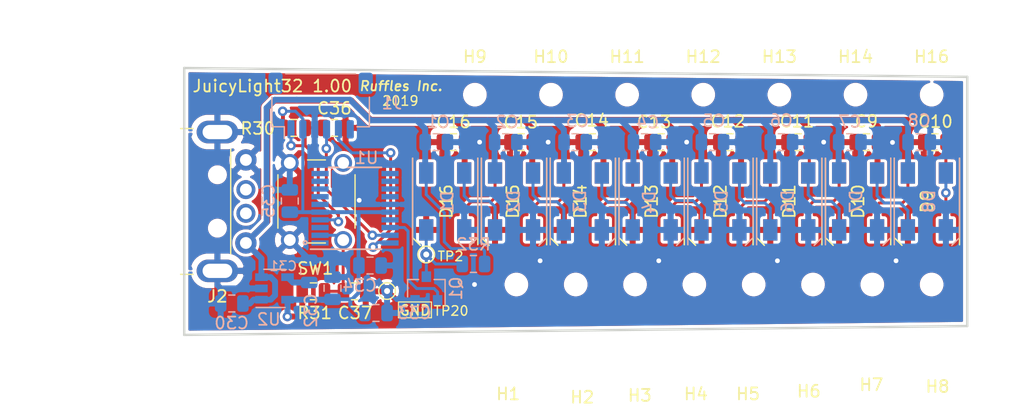
<source format=kicad_pcb>
(kicad_pcb (version 20171130) (host pcbnew "(5.1.2)-1")
  (layers (0 F.Cu signal) (31 B.Cu signal) (34 B.Paste user) (35 F.Paste user) (36 B.SilkS user) (37 F.SilkS user) (38 B.Mask user) (39 F.Mask user) (44 Edge.Cuts user))
  (net 0 "")
  (net 1 GND)
  (net 2 /MOD_SW)
  (net 3 /D1IN)
  (net 4 +5V)
  (net 5 "Net-(J2-Pad2)")
  (net 6 "Net-(J2-Pad3)")
  (net 7 "Net-(J1-Pad6)")
  (net 8 +3V3)
  (net 9 /NRST)
  (net 10 /SWDIO)
  (net 11 /SWCLK)
  (net 12 /D8OUT)
  (net 13 /D9OUT)
  (net 14 /D7OUT)
  (net 15 /D6OUT)
  (net 16 /D4OUT)
  (net 17 /D5OUT)
  (net 18 /D3OUT)
  (net 19 /D2OUT)
  (net 20 /D1OUT)
  (net 21 "Net-(U1-Pad7)")
  (net 22 "Net-(U1-Pad9)")
  (net 23 "Net-(U1-Pad11)")
  (net 24 "Net-(U1-Pad13)")
  (net 25 "Net-(U1-Pad17)")
  (net 26 /LEDOUT)
  (net 27 "Net-(U1-Pad14)")
  (net 28 "Net-(C31-Pad1)")
  (net 29 /D10OUT)
  (net 30 /D11OUT)
  (net 31 /D12OUT)
  (net 32 /D13OUT)
  (net 33 /D14OUT)
  (net 34 /D15OUT)
  (net 35 "Net-(D16-Pad2)")
  (net 36 "Net-(U1-Pad1)")
  (net 37 "Net-(U1-Pad3)")
  (net 38 "Net-(U1-Pad6)")
  (net 39 "Net-(U1-Pad8)")
  (net 40 "Net-(U1-Pad10)")
  (net 41 "Net-(U1-Pad12)")
  (module JuicyLight:Hole (layer F.Cu) (at 143 107)
    (fp_text reference H4 (at 0.125 9.225) (layer F.SilkS))
    (fp_text value MountingHole)
    (pad "" np_thru_hole circle (at 0 0) (size 1.5 1.5) (drill 1.5) (layers *.Cu *.Mask))
  )
  (module JuicyLight:Hole (layer F.Cu) (at 163 91)
    (fp_text reference H16 (at 0 -3.2) (layer F.SilkS))
    (fp_text value MountingHole)
    (pad "" np_thru_hole circle (at 0 0) (size 1.5 1.5) (drill 1.5) (layers *.Cu *.Mask))
  )
  (module JuicyLight:Hole (layer F.Cu) (at 156.58333 91)
    (fp_text reference H14 (at 0 -3.2) (layer F.SilkS))
    (fp_text value MountingHole)
    (pad "" np_thru_hole circle (at 0 0) (size 1.5 1.5) (drill 1.5) (layers *.Cu *.Mask))
  )
  (module JuicyLight:Hole (layer F.Cu) (at 150.166664 91)
    (fp_text reference H13 (at 0 -3.2) (layer F.SilkS))
    (fp_text value MountingHole)
    (pad "" np_thru_hole circle (at 0 0) (size 1.5 1.5) (drill 1.5) (layers *.Cu *.Mask))
  )
  (module JuicyLight:Hole (layer F.Cu) (at 143.749998 91)
    (fp_text reference H12 (at 0 -3.2) (layer F.SilkS))
    (fp_text value MountingHole)
    (pad "" np_thru_hole circle (at 0 0) (size 1.5 1.5) (drill 1.5) (layers *.Cu *.Mask))
  )
  (module JuicyLight:Hole (layer F.Cu) (at 137.333332 91)
    (fp_text reference H11 (at 0 -3.2) (layer F.SilkS))
    (fp_text value MountingHole)
    (pad "" np_thru_hole circle (at 0 0) (size 1.5 1.5) (drill 1.5) (layers *.Cu *.Mask))
  )
  (module JuicyLight:Hole (layer F.Cu) (at 130.916666 91)
    (fp_text reference H10 (at 0 -3.2) (layer F.SilkS))
    (fp_text value MountingHole)
    (pad "" np_thru_hole circle (at 0 0) (size 1.5 1.5) (drill 1.5) (layers *.Cu *.Mask))
  )
  (module JuicyLight:Hole (layer F.Cu) (at 124.5 91)
    (fp_text reference H9 (at 0 -3.2) (layer F.SilkS))
    (fp_text value MountingHole)
    (pad "" np_thru_hole circle (at 0 0) (size 1.5 1.5) (drill 1.5) (layers *.Cu *.Mask))
  )
  (module JuicyLight:Hole (layer F.Cu) (at 163 107)
    (fp_text reference H8 (at 0.5 8.6) (layer F.SilkS))
    (fp_text value MountingHole)
    (pad "" np_thru_hole circle (at 0 0) (size 1.5 1.5) (drill 1.5) (layers *.Cu *.Mask))
  )
  (module JuicyLight:Hole (layer F.Cu) (at 158 107)
    (fp_text reference H7 (at -0.075 8.45) (layer F.SilkS))
    (fp_text value MountingHole)
    (pad "" np_thru_hole circle (at 0 0) (size 1.5 1.5) (drill 1.5) (layers *.Cu *.Mask))
  )
  (module JuicyLight:Hole (layer F.Cu) (at 153 107)
    (fp_text reference H6 (at -0.35 9) (layer F.SilkS))
    (fp_text value MountingHole)
    (pad "" np_thru_hole circle (at 0 0) (size 1.5 1.5) (drill 1.5) (layers *.Cu *.Mask))
  )
  (module JuicyLight:Hole (layer F.Cu) (at 148 107)
    (fp_text reference H5 (at -0.475 9.225) (layer F.SilkS))
    (fp_text value MountingHole)
    (pad "" np_thru_hole circle (at 0 0) (size 1.5 1.5) (drill 1.5) (layers *.Cu *.Mask))
  )
  (module JuicyLight:Hole (layer F.Cu) (at 138 107)
    (fp_text reference H3 (at 0.4 9.35) (layer F.SilkS))
    (fp_text value MountingHole)
    (pad "" np_thru_hole circle (at 0 0) (size 1.5 1.5) (drill 1.5) (layers *.Cu *.Mask))
  )
  (module JuicyLight:Hole (layer F.Cu) (at 133 107)
    (fp_text reference H2 (at 0.55 9.5) (layer F.SilkS))
    (fp_text value MountingHole)
    (pad "" np_thru_hole circle (at 0 0) (size 1.5 1.5) (drill 1.5) (layers *.Cu *.Mask))
  )
  (module JuicyLight:Hole (layer F.Cu) (at 128 107)
    (fp_text reference H1 (at -0.7 9.225) (layer F.SilkS))
    (fp_text value MountingHole)
    (pad "" np_thru_hole circle (at 0 0) (size 1.5 1.5) (drill 1.5) (layers *.Cu *.Mask))
  )
  (module JuicyLight:OST45050C1A (layer B.Cu) (at 162.6 100 270)
    (fp_text reference D8 (at 0 -0.175 90) (layer B.SilkS) (effects (justify mirror)))
    (fp_text value WS2812B)
    (pad 3 smd rect (at 2.2 -1.6 270) (size 1.8 1.2) (drill (offset 0.2 0)) (layers B.Cu B.Paste B.Mask) (net 1 GND))
    (pad 4 smd rect (at 2.2 1.6 270) (size 1.8 1.2) (drill (offset 0.2 0)) (layers B.Cu B.Paste B.Mask) (net 14 /D7OUT))
    (pad 2 smd rect (at -2.2 -1.6 270) (size 1.8 1.2) (drill (offset -0.2 0)) (layers B.Cu B.Paste B.Mask) (net 12 /D8OUT))
    (pad 1 smd rect (at -2.2 1.6 270) (size 1.8 1.2) (drill (offset -0.2 0)) (layers B.Cu B.Paste B.Mask) (net 4 +5V))
  )
  (module JuicyLight:OST45050C1A (layer F.Cu) (at 122 100 270)
    (fp_text reference D16 (at 0 -0.1 90) (layer F.SilkS))
    (fp_text value WS2812B)
    (pad 1 smd rect (at -2.2 -1.6 270) (size 1.8 1.2) (drill (offset -0.2 0)) (layers F.Cu F.Paste F.Mask) (net 4 +5V))
    (pad 2 smd rect (at -2.2 1.6 270) (size 1.8 1.2) (drill (offset -0.2 0)) (layers F.Cu F.Paste F.Mask) (net 35 "Net-(D16-Pad2)"))
    (pad 4 smd rect (at 2.2 -1.6 270) (size 1.8 1.2) (drill (offset 0.2 0)) (layers F.Cu F.Paste F.Mask) (net 34 /D15OUT))
    (pad 3 smd rect (at 2.2 1.6 270) (size 1.8 1.2) (drill (offset 0.2 0)) (layers F.Cu F.Paste F.Mask) (net 1 GND))
  )
  (module JuicyLight:OST45050C1A (layer F.Cu) (at 127.8 100 270)
    (fp_text reference D15 (at 0 0.1 90) (layer F.SilkS))
    (fp_text value WS2812B)
    (pad 1 smd rect (at -2.2 -1.6 270) (size 1.8 1.2) (drill (offset -0.2 0)) (layers F.Cu F.Paste F.Mask) (net 4 +5V))
    (pad 2 smd rect (at -2.2 1.6 270) (size 1.8 1.2) (drill (offset -0.2 0)) (layers F.Cu F.Paste F.Mask) (net 34 /D15OUT))
    (pad 4 smd rect (at 2.2 -1.6 270) (size 1.8 1.2) (drill (offset 0.2 0)) (layers F.Cu F.Paste F.Mask) (net 33 /D14OUT))
    (pad 3 smd rect (at 2.2 1.6 270) (size 1.8 1.2) (drill (offset 0.2 0)) (layers F.Cu F.Paste F.Mask) (net 1 GND))
  )
  (module JuicyLight:OST45050C1A (layer F.Cu) (at 133.6 100 270)
    (fp_text reference D14 (at 0 0.2 90) (layer F.SilkS))
    (fp_text value WS2812B)
    (pad 1 smd rect (at -2.2 -1.6 270) (size 1.8 1.2) (drill (offset -0.2 0)) (layers F.Cu F.Paste F.Mask) (net 4 +5V))
    (pad 2 smd rect (at -2.2 1.6 270) (size 1.8 1.2) (drill (offset -0.2 0)) (layers F.Cu F.Paste F.Mask) (net 33 /D14OUT))
    (pad 4 smd rect (at 2.2 -1.6 270) (size 1.8 1.2) (drill (offset 0.2 0)) (layers F.Cu F.Paste F.Mask) (net 32 /D13OUT))
    (pad 3 smd rect (at 2.2 1.6 270) (size 1.8 1.2) (drill (offset 0.2 0)) (layers F.Cu F.Paste F.Mask) (net 1 GND))
  )
  (module JuicyLight:OST45050C1A (layer F.Cu) (at 139.4 100 270)
    (fp_text reference D13 (at 0 0 90) (layer F.SilkS))
    (fp_text value WS2812B)
    (pad 1 smd rect (at -2.2 -1.6 270) (size 1.8 1.2) (drill (offset -0.2 0)) (layers F.Cu F.Paste F.Mask) (net 4 +5V))
    (pad 2 smd rect (at -2.2 1.6 270) (size 1.8 1.2) (drill (offset -0.2 0)) (layers F.Cu F.Paste F.Mask) (net 32 /D13OUT))
    (pad 4 smd rect (at 2.2 -1.6 270) (size 1.8 1.2) (drill (offset 0.2 0)) (layers F.Cu F.Paste F.Mask) (net 31 /D12OUT))
    (pad 3 smd rect (at 2.2 1.6 270) (size 1.8 1.2) (drill (offset 0.2 0)) (layers F.Cu F.Paste F.Mask) (net 1 GND))
  )
  (module JuicyLight:OST45050C1A (layer F.Cu) (at 145.2 100 270)
    (fp_text reference D12 (at 0 0 90) (layer F.SilkS))
    (fp_text value WS2812B)
    (pad 1 smd rect (at -2.2 -1.6 270) (size 1.8 1.2) (drill (offset -0.2 0)) (layers F.Cu F.Paste F.Mask) (net 4 +5V))
    (pad 2 smd rect (at -2.2 1.6 270) (size 1.8 1.2) (drill (offset -0.2 0)) (layers F.Cu F.Paste F.Mask) (net 31 /D12OUT))
    (pad 4 smd rect (at 2.2 -1.6 270) (size 1.8 1.2) (drill (offset 0.2 0)) (layers F.Cu F.Paste F.Mask) (net 30 /D11OUT))
    (pad 3 smd rect (at 2.2 1.6 270) (size 1.8 1.2) (drill (offset 0.2 0)) (layers F.Cu F.Paste F.Mask) (net 1 GND))
  )
  (module JuicyLight:OST45050C1A (layer F.Cu) (at 151 100 270)
    (fp_text reference D11 (at 0 0 90) (layer F.SilkS))
    (fp_text value WS2812B)
    (pad 1 smd rect (at -2.2 -1.6 270) (size 1.8 1.2) (drill (offset -0.2 0)) (layers F.Cu F.Paste F.Mask) (net 4 +5V))
    (pad 2 smd rect (at -2.2 1.6 270) (size 1.8 1.2) (drill (offset -0.2 0)) (layers F.Cu F.Paste F.Mask) (net 30 /D11OUT))
    (pad 4 smd rect (at 2.2 -1.6 270) (size 1.8 1.2) (drill (offset 0.2 0)) (layers F.Cu F.Paste F.Mask) (net 29 /D10OUT))
    (pad 3 smd rect (at 2.2 1.6 270) (size 1.8 1.2) (drill (offset 0.2 0)) (layers F.Cu F.Paste F.Mask) (net 1 GND))
  )
  (module Capacitor_SMD:C_0805_2012Metric (layer F.Cu) (at 122.7 95 180)
    (fp_text reference C16 (at 0 1.7) (layer F.SilkS))
    (fp_text value 0.1u)
    (pad 2 smd roundrect (at 0.9375 0 180) (size 0.975 1.4) (layers F.Cu F.Paste F.Mask) (net 1 GND))
    (pad 1 smd roundrect (at -0.9375 0 180) (size 0.975 1.4) (layers F.Cu F.Paste F.Mask) (net 4 +5V))
  )
  (module Capacitor_SMD:C_0805_2012Metric (layer F.Cu) (at 128.4 95 180)
    (fp_text reference C15 (at 0.025 1.675) (layer F.SilkS))
    (fp_text value 0.1u)
    (pad 2 smd roundrect (at 0.9375 0 180) (size 0.975 1.4) (layers F.Cu F.Paste F.Mask) (net 1 GND))
    (pad 1 smd roundrect (at -0.9375 0 180) (size 0.975 1.4) (layers F.Cu F.Paste F.Mask) (net 4 +5V))
  )
  (module Capacitor_SMD:C_0805_2012Metric (layer F.Cu) (at 134.4 95 180)
    (fp_text reference C14 (at 0.05 1.825) (layer F.SilkS))
    (fp_text value 0.1u)
    (pad 2 smd roundrect (at 0.9375 0 180) (size 0.975 1.4) (layers F.Cu F.Paste F.Mask) (net 1 GND))
    (pad 1 smd roundrect (at -0.9375 0 180) (size 0.975 1.4) (layers F.Cu F.Paste F.Mask) (net 4 +5V))
  )
  (module Capacitor_SMD:C_0805_2012Metric (layer F.Cu) (at 140.2 95 180)
    (fp_text reference C13 (at 0.6 1.7) (layer F.SilkS))
    (fp_text value 0.1u)
    (pad 2 smd roundrect (at 0.9375 0 180) (size 0.975 1.4) (layers F.Cu F.Paste F.Mask) (net 1 GND))
    (pad 1 smd roundrect (at -0.9375 0 180) (size 0.975 1.4) (layers F.Cu F.Paste F.Mask) (net 4 +5V))
  )
  (module Capacitor_SMD:C_0805_2012Metric (layer F.Cu) (at 146 95 180)
    (fp_text reference C12 (at 0.175 1.75) (layer F.SilkS))
    (fp_text value 0.1u)
    (pad 2 smd roundrect (at 0.9375 0 180) (size 0.975 1.4) (layers F.Cu F.Paste F.Mask) (net 1 GND))
    (pad 1 smd roundrect (at -0.9375 0 180) (size 0.975 1.4) (layers F.Cu F.Paste F.Mask) (net 4 +5V))
  )
  (module Capacitor_SMD:C_0805_2012Metric (layer F.Cu) (at 151.75 95 180)
    (fp_text reference C11 (at 0.1 1.75) (layer F.SilkS))
    (fp_text value 0.1u)
    (pad 2 smd roundrect (at 0.9375 0 180) (size 0.975 1.4) (layers F.Cu F.Paste F.Mask) (net 1 GND))
    (pad 1 smd roundrect (at -0.9375 0 180) (size 0.975 1.4) (layers F.Cu F.Paste F.Mask) (net 4 +5V))
  )
  (module Package_TO_SOT_SMD:SOT-23 (layer B.Cu) (at 120.41 107.34 90)
    (fp_text reference Q1 (at 0 2.5 90) (layer B.SilkS) (effects (justify mirror)))
    (fp_text value BSS138)
    (pad 1 smd rect (at -1 0.95 90) (size 0.9 0.8) (layers B.Cu B.Paste B.Mask) (net 26 /LEDOUT))
    (pad 2 smd rect (at -1 -0.95 90) (size 0.9 0.8) (layers B.Cu B.Paste B.Mask) (net 1 GND))
    (pad 3 smd rect (at 1 0 90) (size 0.9 0.8) (layers B.Cu B.Paste B.Mask) (net 3 /D1IN))
  )
  (module Resistor_SMD:R_0805_2012Metric (layer B.Cu) (at 124.38 105.27 180)
    (fp_text reference R32 (at 0 1.65 180) (layer B.SilkS) (effects (justify mirror)))
    (fp_text value 4.7K)
    (pad 1 smd roundrect (at -0.9375 0 180) (size 0.975 1.4) (layers B.Cu B.Paste B.Mask) (net 4 +5V))
    (pad 2 smd roundrect (at 0.9375 0 180) (size 0.975 1.4) (layers B.Cu B.Paste B.Mask) (net 3 /D1IN))
  )
  (module Capacitor_SMD:C_0805_2012Metric (layer B.Cu) (at 115.6625 105.4)
    (fp_text reference C34 (at -0.8725 1.69) (layer B.SilkS) (effects (justify mirror)))
    (fp_text value 10u)
    (pad 1 smd roundrect (at -0.9375 0) (size 0.975 1.4) (layers B.Cu B.Paste B.Mask) (net 8 +3V3))
    (pad 2 smd roundrect (at 0.9375 0) (size 0.975 1.4) (layers B.Cu B.Paste B.Mask) (net 1 GND))
  )
  (module Capacitor_SMD:C_0805_2012Metric (layer B.Cu) (at 116.1625 109.4)
    (fp_text reference C33 (at 3.2375 0) (layer B.SilkS) (effects (justify mirror)))
    (fp_text value 0.1u)
    (pad 1 smd roundrect (at -0.9375 0) (size 0.975 1.4) (layers B.Cu B.Paste B.Mask) (net 8 +3V3))
    (pad 2 smd roundrect (at 0.9375 0) (size 0.975 1.4) (layers B.Cu B.Paste B.Mask) (net 1 GND))
  )
  (module Capacitor_SMD:C_0805_2012Metric (layer B.Cu) (at 112.5 107.3125 90)
    (fp_text reference C32 (at -1.8875 -1.82 90) (layer B.SilkS) (effects (justify mirror)))
    (fp_text value 1u)
    (pad 2 smd roundrect (at 0.9375 0 90) (size 0.975 1.4) (layers B.Cu B.Paste B.Mask) (net 1 GND))
    (pad 1 smd roundrect (at -0.9375 0 90) (size 0.975 1.4) (layers B.Cu B.Paste B.Mask) (net 8 +3V3))
  )
  (module Capacitor_SMD:C_0805_2012Metric (layer B.Cu) (at 110.53 105.8925 90)
    (fp_text reference C31 (at 0.4425 -2.18 180) (layer B.SilkS) (effects (font (size 0.8 0.8) (thickness 0.12)) (justify mirror)))
    (fp_text value 0.01u)
    (pad 1 smd roundrect (at -0.9375 0 90) (size 0.975 1.4) (layers B.Cu B.Paste B.Mask) (net 28 "Net-(C31-Pad1)"))
    (pad 2 smd roundrect (at 0.9375 0 90) (size 0.975 1.4) (layers B.Cu B.Paste B.Mask) (net 1 GND))
  )
  (module TestPoint:TestPoint_THTPad_D1.0mm_Drill0.5mm (layer F.Cu) (at 120.4 104.47)
    (fp_text reference TP2 (at 2.05 0.155) (layer F.SilkS) (effects (font (size 0.8 0.8) (thickness 0.12))))
    (fp_text value D1IN33)
    (pad 1 thru_hole circle (at 0 0) (size 1 1) (drill 0.5) (layers *.Cu *.Mask) (net 3 /D1IN))
  )
  (module TestPoint:TestPoint_THTPad_D1.0mm_Drill0.5mm (layer F.Cu) (at 117.1 107.55)
    (fp_text reference TP20 (at 5.4 1.675) (layer F.SilkS) (effects (font (size 0.8 0.8) (thickness 0.12))))
    (fp_text value GND)
    (pad 1 thru_hole circle (at 0 0) (size 1 1) (drill 0.5) (layers *.Cu *.Mask) (net 1 GND))
  )
  (module Package_SO:TSSOP-20_4.4x6.5mm_P0.65mm (layer B.Cu) (at 114.4 100.575)
    (fp_text reference U1 (at 0.97 -4.255) (layer B.SilkS) (effects (justify mirror)))
    (fp_text value STM32F042F6Px)
    (pad 1 smd rect (at -2.95 2.925) (size 1.45 0.45) (layers B.Cu B.Paste B.Mask) (net 36 "Net-(U1-Pad1)"))
    (pad 2 smd rect (at -2.95 2.275) (size 1.45 0.45) (layers B.Cu B.Paste B.Mask) (net 2 /MOD_SW))
    (pad 3 smd rect (at -2.95 1.625) (size 1.45 0.45) (layers B.Cu B.Paste B.Mask) (net 37 "Net-(U1-Pad3)"))
    (pad 4 smd rect (at -2.95 0.975) (size 1.45 0.45) (layers B.Cu B.Paste B.Mask) (net 9 /NRST))
    (pad 5 smd rect (at -2.95 0.325) (size 1.45 0.45) (layers B.Cu B.Paste B.Mask) (net 8 +3V3))
    (pad 6 smd rect (at -2.95 -0.325) (size 1.45 0.45) (layers B.Cu B.Paste B.Mask) (net 38 "Net-(U1-Pad6)"))
    (pad 7 smd rect (at -2.95 -0.975) (size 1.45 0.45) (layers B.Cu B.Paste B.Mask) (net 21 "Net-(U1-Pad7)"))
    (pad 8 smd rect (at -2.95 -1.625) (size 1.45 0.45) (layers B.Cu B.Paste B.Mask) (net 39 "Net-(U1-Pad8)"))
    (pad 9 smd rect (at -2.95 -2.275) (size 1.45 0.45) (layers B.Cu B.Paste B.Mask) (net 22 "Net-(U1-Pad9)"))
    (pad 10 smd rect (at -2.95 -2.925) (size 1.45 0.45) (layers B.Cu B.Paste B.Mask) (net 40 "Net-(U1-Pad10)"))
    (pad 11 smd rect (at 2.95 -2.925) (size 1.45 0.45) (layers B.Cu B.Paste B.Mask) (net 23 "Net-(U1-Pad11)"))
    (pad 12 smd rect (at 2.95 -2.275) (size 1.45 0.45) (layers B.Cu B.Paste B.Mask) (net 41 "Net-(U1-Pad12)"))
    (pad 13 smd rect (at 2.95 -1.625) (size 1.45 0.45) (layers B.Cu B.Paste B.Mask) (net 24 "Net-(U1-Pad13)"))
    (pad 14 smd rect (at 2.95 -0.975) (size 1.45 0.45) (layers B.Cu B.Paste B.Mask) (net 27 "Net-(U1-Pad14)"))
    (pad 15 smd rect (at 2.95 -0.325) (size 1.45 0.45) (layers B.Cu B.Paste B.Mask) (net 1 GND))
    (pad 16 smd rect (at 2.95 0.325) (size 1.45 0.45) (layers B.Cu B.Paste B.Mask) (net 8 +3V3))
    (pad 17 smd rect (at 2.95 0.975) (size 1.45 0.45) (layers B.Cu B.Paste B.Mask) (net 25 "Net-(U1-Pad17)"))
    (pad 18 smd rect (at 2.95 1.625) (size 1.45 0.45) (layers B.Cu B.Paste B.Mask) (net 26 /LEDOUT))
    (pad 19 smd rect (at 2.95 2.275) (size 1.45 0.45) (layers B.Cu B.Paste B.Mask) (net 10 /SWDIO))
    (pad 20 smd rect (at 2.95 2.925) (size 1.45 0.45) (layers B.Cu B.Paste B.Mask) (net 11 /SWCLK))
  )
  (module Capacitor_SMD:C_0805_2012Metric (layer F.Cu) (at 112.6625 93.8)
    (fp_text reference C36 (at 0 -1.65) (layer F.SilkS))
    (fp_text value 1u)
    (pad 1 smd roundrect (at -0.9375 0) (size 0.975 1.4) (layers F.Cu F.Paste F.Mask) (net 9 /NRST))
    (pad 2 smd roundrect (at 0.9375 0) (size 0.975 1.4) (layers F.Cu F.Paste F.Mask) (net 1 GND))
  )
  (module Capacitor_SMD:C_0805_2012Metric (layer B.Cu) (at 108.9 99.9625 90)
    (fp_text reference C35 (at 0.0125 -1.8 90) (layer B.SilkS) (effects (justify mirror)))
    (fp_text value 0.1u)
    (pad 2 smd roundrect (at 0.9375 0 90) (size 0.975 1.4) (layers B.Cu B.Paste B.Mask) (net 1 GND))
    (pad 1 smd roundrect (at -0.9375 0 90) (size 0.975 1.4) (layers B.Cu B.Paste B.Mask) (net 8 +3V3))
  )
  (module Package_TO_SOT_SMD:SOT-23-5 (layer B.Cu) (at 107.61 107.33)
    (fp_text reference U2 (at -0.48 2.61) (layer B.SilkS) (effects (justify mirror)))
    (fp_text value NJM2896F33)
    (pad 1 smd rect (at -1.1 0.95) (size 1.06 0.65) (layers B.Cu B.Paste B.Mask) (net 4 +5V))
    (pad 2 smd rect (at -1.1 0) (size 1.06 0.65) (layers B.Cu B.Paste B.Mask) (net 1 GND))
    (pad 3 smd rect (at -1.1 -0.95) (size 1.06 0.65) (layers B.Cu B.Paste B.Mask) (net 4 +5V))
    (pad 4 smd rect (at 1.1 -0.95) (size 1.06 0.65) (layers B.Cu B.Paste B.Mask) (net 28 "Net-(C31-Pad1)"))
    (pad 5 smd rect (at 1.1 0.95) (size 1.06 0.65) (layers B.Cu B.Paste B.Mask) (net 8 +3V3))
  )
  (module JuicyLight:OST45050C1A (layer B.Cu) (at 151 100 270)
    (fp_text reference D6 (at 0 0.13 90) (layer B.SilkS) (effects (justify mirror)))
    (fp_text value WS2812B)
    (pad 1 smd rect (at -2.2 1.6 270) (size 1.8 1.2) (drill (offset -0.2 0)) (layers B.Cu B.Paste B.Mask) (net 4 +5V))
    (pad 2 smd rect (at -2.2 -1.6 270) (size 1.8 1.2) (drill (offset -0.2 0)) (layers B.Cu B.Paste B.Mask) (net 15 /D6OUT))
    (pad 4 smd rect (at 2.2 1.6 270) (size 1.8 1.2) (drill (offset 0.2 0)) (layers B.Cu B.Paste B.Mask) (net 17 /D5OUT))
    (pad 3 smd rect (at 2.2 -1.6 270) (size 1.8 1.2) (drill (offset 0.2 0)) (layers B.Cu B.Paste B.Mask) (net 1 GND))
  )
  (module JuicyLight:OST45050C1A (layer B.Cu) (at 145.2 100 270)
    (fp_text reference D5 (at 0 -0.088 270) (layer B.SilkS) (effects (justify mirror)))
    (fp_text value WS2812B)
    (pad 3 smd rect (at 2.2 -1.6 270) (size 1.8 1.2) (drill (offset 0.2 0)) (layers B.Cu B.Paste B.Mask) (net 1 GND))
    (pad 4 smd rect (at 2.2 1.6 270) (size 1.8 1.2) (drill (offset 0.2 0)) (layers B.Cu B.Paste B.Mask) (net 16 /D4OUT))
    (pad 2 smd rect (at -2.2 -1.6 270) (size 1.8 1.2) (drill (offset -0.2 0)) (layers B.Cu B.Paste B.Mask) (net 17 /D5OUT))
    (pad 1 smd rect (at -2.2 1.6 270) (size 1.8 1.2) (drill (offset -0.2 0)) (layers B.Cu B.Paste B.Mask) (net 4 +5V))
  )
  (module JuicyLight:OST45050C1A (layer B.Cu) (at 156.8 100 270)
    (fp_text reference D7 (at 0 0.172 90) (layer B.SilkS) (effects (justify mirror)))
    (fp_text value WS2812B)
    (pad 1 smd rect (at -2.2 1.6 270) (size 1.8 1.2) (drill (offset -0.2 0)) (layers B.Cu B.Paste B.Mask) (net 4 +5V))
    (pad 2 smd rect (at -2.2 -1.6 270) (size 1.8 1.2) (drill (offset -0.2 0)) (layers B.Cu B.Paste B.Mask) (net 14 /D7OUT))
    (pad 4 smd rect (at 2.2 1.6 270) (size 1.8 1.2) (drill (offset 0.2 0)) (layers B.Cu B.Paste B.Mask) (net 15 /D6OUT))
    (pad 3 smd rect (at 2.2 -1.6 270) (size 1.8 1.2) (drill (offset 0.2 0)) (layers B.Cu B.Paste B.Mask) (net 1 GND))
  )
  (module JuicyLight:OST45050C1A (layer B.Cu) (at 122 100 270)
    (fp_text reference D1 (at 0.076 -0.174 270) (layer B.SilkS) (effects (justify mirror)))
    (fp_text value WS2812B)
    (pad 3 smd rect (at 2.2 -1.6 270) (size 1.8 1.2) (drill (offset 0.2 0)) (layers B.Cu B.Paste B.Mask) (net 1 GND))
    (pad 4 smd rect (at 2.2 1.6 270) (size 1.8 1.2) (drill (offset 0.2 0)) (layers B.Cu B.Paste B.Mask) (net 3 /D1IN))
    (pad 2 smd rect (at -2.2 -1.6 270) (size 1.8 1.2) (drill (offset -0.2 0)) (layers B.Cu B.Paste B.Mask) (net 20 /D1OUT))
    (pad 1 smd rect (at -2.2 1.6 270) (size 1.8 1.2) (drill (offset -0.2 0)) (layers B.Cu B.Paste B.Mask) (net 4 +5V))
  )
  (module JuicyLight:OST45050C1A (layer B.Cu) (at 127.8 100 270)
    (fp_text reference D2 (at 0 0.038 270) (layer B.SilkS) (effects (justify mirror)))
    (fp_text value WS2812B)
    (pad 1 smd rect (at -2.2 1.6 270) (size 1.8 1.2) (drill (offset -0.2 0)) (layers B.Cu B.Paste B.Mask) (net 4 +5V))
    (pad 2 smd rect (at -2.2 -1.6 270) (size 1.8 1.2) (drill (offset -0.2 0)) (layers B.Cu B.Paste B.Mask) (net 19 /D2OUT))
    (pad 4 smd rect (at 2.2 1.6 270) (size 1.8 1.2) (drill (offset 0.2 0)) (layers B.Cu B.Paste B.Mask) (net 20 /D1OUT))
    (pad 3 smd rect (at 2.2 -1.6 270) (size 1.8 1.2) (drill (offset 0.2 0)) (layers B.Cu B.Paste B.Mask) (net 1 GND))
  )
  (module JuicyLight:OST45050C1A (layer F.Cu) (at 162.6 100 270)
    (fp_text reference D9 (at 0 0 270) (layer F.SilkS))
    (fp_text value WS2812B)
    (pad 3 smd rect (at 2.2 1.6 270) (size 1.8 1.2) (drill (offset 0.2 0)) (layers F.Cu F.Paste F.Mask) (net 1 GND))
    (pad 4 smd rect (at 2.2 -1.6 270) (size 1.8 1.2) (drill (offset 0.2 0)) (layers F.Cu F.Paste F.Mask) (net 12 /D8OUT))
    (pad 2 smd rect (at -2.2 1.6 270) (size 1.8 1.2) (drill (offset -0.2 0)) (layers F.Cu F.Paste F.Mask) (net 13 /D9OUT))
    (pad 1 smd rect (at -2.2 -1.6 270) (size 1.8 1.2) (drill (offset -0.2 0)) (layers F.Cu F.Paste F.Mask) (net 4 +5V))
  )
  (module JuicyLight:OST45050C1A (layer F.Cu) (at 156.8 100 270)
    (fp_text reference D10 (at 0 0 270) (layer F.SilkS))
    (fp_text value WS2812B)
    (pad 1 smd rect (at -2.2 -1.6 270) (size 1.8 1.2) (drill (offset -0.2 0)) (layers F.Cu F.Paste F.Mask) (net 4 +5V))
    (pad 2 smd rect (at -2.2 1.6 270) (size 1.8 1.2) (drill (offset -0.2 0)) (layers F.Cu F.Paste F.Mask) (net 29 /D10OUT))
    (pad 4 smd rect (at 2.2 -1.6 270) (size 1.8 1.2) (drill (offset 0.2 0)) (layers F.Cu F.Paste F.Mask) (net 13 /D9OUT))
    (pad 3 smd rect (at 2.2 1.6 270) (size 1.8 1.2) (drill (offset 0.2 0)) (layers F.Cu F.Paste F.Mask) (net 1 GND))
  )
  (module JuicyLight:OST45050C1A (layer B.Cu) (at 139.4 100 270)
    (fp_text reference D4 (at 0.076 0.208 270) (layer B.SilkS) (effects (justify mirror)))
    (fp_text value WS2812B)
    (pad 1 smd rect (at -2.2 1.6 270) (size 1.8 1.2) (drill (offset -0.2 0)) (layers B.Cu B.Paste B.Mask) (net 4 +5V))
    (pad 2 smd rect (at -2.2 -1.6 270) (size 1.8 1.2) (drill (offset -0.2 0)) (layers B.Cu B.Paste B.Mask) (net 16 /D4OUT))
    (pad 4 smd rect (at 2.2 1.6 270) (size 1.8 1.2) (drill (offset 0.2 0)) (layers B.Cu B.Paste B.Mask) (net 18 /D3OUT))
    (pad 3 smd rect (at 2.2 -1.6 270) (size 1.8 1.2) (drill (offset 0.2 0)) (layers B.Cu B.Paste B.Mask) (net 1 GND))
  )
  (module JuicyLight:OST45050C1A (layer B.Cu) (at 133.6 100 270)
    (fp_text reference D3 (at 0 0.25 270) (layer B.SilkS) (effects (justify mirror)))
    (fp_text value WS2812B)
    (pad 3 smd rect (at 2.2 -1.6 270) (size 1.8 1.2) (drill (offset 0.2 0)) (layers B.Cu B.Paste B.Mask) (net 1 GND))
    (pad 4 smd rect (at 2.2 1.6 270) (size 1.8 1.2) (drill (offset 0.2 0)) (layers B.Cu B.Paste B.Mask) (net 19 /D2OUT))
    (pad 2 smd rect (at -2.2 -1.6 270) (size 1.8 1.2) (drill (offset -0.2 0)) (layers B.Cu B.Paste B.Mask) (net 18 /D3OUT))
    (pad 1 smd rect (at -2.2 1.6 270) (size 1.8 1.2) (drill (offset -0.2 0)) (layers B.Cu B.Paste B.Mask) (net 4 +5V))
  )
  (module Capacitor_SMD:C_0805_2012Metric (layer B.Cu) (at 121.25 95)
    (fp_text reference C1 (at 0.175 -1.7) (layer B.SilkS) (effects (justify mirror)))
    (fp_text value 0.1u)
    (pad 2 smd roundrect (at 0.9375 0) (size 0.975 1.4) (layers B.Cu B.Paste B.Mask) (net 1 GND))
    (pad 1 smd roundrect (at -0.9375 0) (size 0.975 1.4) (layers B.Cu B.Paste B.Mask) (net 4 +5V))
  )
  (module Capacitor_SMD:C_0805_2012Metric (layer F.Cu) (at 114.3625 107.575)
    (fp_text reference C37 (at 0.0375 1.825) (layer F.SilkS))
    (fp_text value 1u)
    (pad 1 smd roundrect (at -0.9375 0) (size 0.975 1.4) (layers F.Cu F.Paste F.Mask) (net 2 /MOD_SW))
    (pad 2 smd roundrect (at 0.9375 0) (size 0.975 1.4) (layers F.Cu F.Paste F.Mask) (net 1 GND))
  )
  (module Capacitor_SMD:C_0805_2012Metric (layer B.Cu) (at 104.0125 108.6 180)
    (fp_text reference C30 (at 0.0125 -1.65 180) (layer B.SilkS) (effects (justify mirror)))
    (fp_text value 1u)
    (pad 2 smd roundrect (at 0.9375 0 180) (size 0.975 1.4) (layers B.Cu B.Paste B.Mask) (net 1 GND))
    (pad 1 smd roundrect (at -0.9375 0 180) (size 0.975 1.4) (layers B.Cu B.Paste B.Mask) (net 4 +5V))
  )
  (module Capacitor_SMD:C_0805_2012Metric (layer F.Cu) (at 163.275 95 180)
    (fp_text reference C10 (at -0.05 1.725 180) (layer F.SilkS))
    (fp_text value 0.1u)
    (pad 1 smd roundrect (at -0.9375 0 180) (size 0.975 1.4) (layers F.Cu F.Paste F.Mask) (net 4 +5V))
    (pad 2 smd roundrect (at 0.9375 0 180) (size 0.975 1.4) (layers F.Cu F.Paste F.Mask) (net 1 GND))
  )
  (module Capacitor_SMD:C_0805_2012Metric (layer F.Cu) (at 157.5 95 180)
    (fp_text reference C9 (at 0 1.75 180) (layer F.SilkS))
    (fp_text value 0.1u)
    (pad 2 smd roundrect (at 0.9375 0 180) (size 0.975 1.4) (layers F.Cu F.Paste F.Mask) (net 1 GND))
    (pad 1 smd roundrect (at -0.9375 0 180) (size 0.975 1.4) (layers F.Cu F.Paste F.Mask) (net 4 +5V))
  )
  (module Capacitor_SMD:C_0805_2012Metric (layer B.Cu) (at 161.95 95)
    (fp_text reference C8 (at 0 -1.825 180) (layer B.SilkS) (effects (justify mirror)))
    (fp_text value 0.1u)
    (pad 1 smd roundrect (at -0.9375 0) (size 0.975 1.4) (layers B.Cu B.Paste B.Mask) (net 4 +5V))
    (pad 2 smd roundrect (at 0.9375 0) (size 0.975 1.4) (layers B.Cu B.Paste B.Mask) (net 1 GND))
  )
  (module Capacitor_SMD:C_0805_2012Metric (layer B.Cu) (at 156.1 95)
    (fp_text reference C7 (at 0.0125 -1.725 180) (layer B.SilkS) (effects (justify mirror)))
    (fp_text value 0.1u)
    (pad 2 smd roundrect (at 0.9375 0) (size 0.975 1.4) (layers B.Cu B.Paste B.Mask) (net 1 GND))
    (pad 1 smd roundrect (at -0.9375 0) (size 0.975 1.4) (layers B.Cu B.Paste B.Mask) (net 4 +5V))
  )
  (module Capacitor_SMD:C_0805_2012Metric (layer B.Cu) (at 150.3375 95)
    (fp_text reference C6 (at 0 -1.825 180) (layer B.SilkS) (effects (justify mirror)))
    (fp_text value 0.1u)
    (pad 1 smd roundrect (at -0.9375 0) (size 0.975 1.4) (layers B.Cu B.Paste B.Mask) (net 4 +5V))
    (pad 2 smd roundrect (at 0.9375 0) (size 0.975 1.4) (layers B.Cu B.Paste B.Mask) (net 1 GND))
  )
  (module Capacitor_SMD:C_0805_2012Metric (layer B.Cu) (at 144.526 95)
    (fp_text reference C5 (at 0.125 -1.8) (layer B.SilkS) (effects (justify mirror)))
    (fp_text value 0.1u)
    (pad 2 smd roundrect (at 0.9375 0) (size 0.975 1.4) (layers B.Cu B.Paste B.Mask) (net 1 GND))
    (pad 1 smd roundrect (at -0.9375 0) (size 0.975 1.4) (layers B.Cu B.Paste B.Mask) (net 4 +5V))
  )
  (module Capacitor_SMD:C_0805_2012Metric (layer B.Cu) (at 138.8 95)
    (fp_text reference C4 (at 0.25 -1.675) (layer B.SilkS) (effects (justify mirror)))
    (fp_text value 0.1u)
    (pad 1 smd roundrect (at -0.9375 0) (size 0.975 1.4) (layers B.Cu B.Paste B.Mask) (net 4 +5V))
    (pad 2 smd roundrect (at 0.9375 0) (size 0.975 1.4) (layers B.Cu B.Paste B.Mask) (net 1 GND))
  )
  (module Capacitor_SMD:C_0805_2012Metric (layer B.Cu) (at 132.95 95)
    (fp_text reference C3 (at 0.2 -1.775) (layer B.SilkS) (effects (justify mirror)))
    (fp_text value 0.1u)
    (pad 2 smd roundrect (at 0.9375 0) (size 0.975 1.4) (layers B.Cu B.Paste B.Mask) (net 1 GND))
    (pad 1 smd roundrect (at -0.9375 0) (size 0.975 1.4) (layers B.Cu B.Paste B.Mask) (net 4 +5V))
  )
  (module Capacitor_SMD:C_0805_2012Metric (layer B.Cu) (at 127.1 95)
    (fp_text reference C2 (at 0.125 -1.7) (layer B.SilkS) (effects (justify mirror)))
    (fp_text value 0.1u)
    (pad 1 smd roundrect (at -0.9375 0) (size 0.975 1.4) (layers B.Cu B.Paste B.Mask) (net 4 +5V))
    (pad 2 smd roundrect (at 0.9375 0) (size 0.975 1.4) (layers B.Cu B.Paste B.Mask) (net 1 GND))
  )
  (module Connector_JST:JST_SH_SM06B-SRSS-TB_1x06-1MP_P1.00mm_Horizontal (layer B.Cu) (at 111.5 91.92)
    (fp_text reference J1 (at 6 -0.2) (layer B.SilkS) (effects (justify mirror)))
    (fp_text value SM06B)
    (pad 1 smd roundrect (at -2.5 2) (size 0.6 1.55) (layers B.Cu B.Paste B.Mask) (net 9 /NRST))
    (pad 2 smd roundrect (at -1.5 2) (size 0.6 1.55) (layers B.Cu B.Paste B.Mask) (net 8 +3V3))
    (pad 3 smd roundrect (at -0.5 2) (size 0.6 1.55) (layers B.Cu B.Paste B.Mask) (net 1 GND))
    (pad 4 smd roundrect (at 0.5 2) (size 0.6 1.55) (layers B.Cu B.Paste B.Mask) (net 10 /SWDIO))
    (pad 5 smd roundrect (at 1.5 2) (size 0.6 1.55) (layers B.Cu B.Paste B.Mask) (net 11 /SWCLK))
    (pad 6 smd roundrect (at 2.5 2) (size 0.6 1.55) (layers B.Cu B.Paste B.Mask) (net 7 "Net-(J1-Pad6)"))
    (pad MP smd roundrect (at -3.8 -1.875) (size 1.2 1.8) (layers B.Cu B.Paste B.Mask) (roundrect_rratio 0.208))
    (pad MP smd roundrect (at 3.8 -1.875) (size 1.2 1.8) (layers B.Cu B.Paste B.Mask) (roundrect_rratio 0.208))
  )
  (module JuicyLight:SW_TACT_6mm (layer F.Cu) (at 108.9 103.25 90)
    (fp_text reference SW1 (at -2.4 2.15 180) (layer F.SilkS))
    (fp_text value SW_Push)
    (pad 1 thru_hole circle (at 6.5 0 180) (size 1.5 1.5) (drill 1) (layers *.Cu *.Mask) (net 1 GND))
    (pad 2 thru_hole circle (at 6.5 4.5 180) (size 1.5 1.5) (drill 1) (layers *.Cu *.Mask) (net 2 /MOD_SW))
    (pad 1 thru_hole circle (at 0 0 180) (size 1.5 1.5) (drill 1) (layers *.Cu *.Mask) (net 1 GND))
    (pad 2 thru_hole circle (at 0 4.5 180) (size 1.5 1.5) (drill 1) (layers *.Cu *.Mask) (net 2 /MOD_SW))
  )
  (module JuicyLight:USB_A_TH (layer F.Cu) (at 95.9 100 180)
    (fp_text reference J2 (at -6.9 -8 180) (layer F.SilkS))
    (fp_text value USB_A)
    (pad 2 thru_hole circle (at -9.3 -1 180) (size 1.6 1.6) (drill 1) (layers *.Cu *.Mask) (net 5 "Net-(J2-Pad2)"))
    (pad 3 thru_hole circle (at -9.3 1 180) (size 1.6 1.6) (drill 1) (layers *.Cu *.Mask) (net 6 "Net-(J2-Pad3)"))
    (pad 1 thru_hole circle (at -9.3 -3.5 180) (size 1.8 1.8) (drill 1) (layers *.Cu *.Mask) (net 4 +5V))
    (pad 4 thru_hole circle (at -9.3 3.5 180) (size 1.8 1.8) (drill 1) (layers *.Cu *.Mask) (net 1 GND))
    (pad 5 thru_hole oval (at -6.9 -5.85 180) (size 3.5 1.9) (drill oval 2.5 1.2) (layers *.Cu *.Mask) (net 1 GND))
    (pad 5 thru_hole oval (at -6.9 5.85 180) (size 3.5 1.9) (drill oval 2.5 1.2) (layers *.Cu *.Mask) (net 1 GND))
    (pad "" np_thru_hole circle (at -6.9 -2.25 180) (size 1.1 1.1) (drill 1.1) (layers *.Cu *.Mask))
    (pad "" np_thru_hole circle (at -6.9 2.25 180) (size 1.1 1.1) (drill 1.1) (layers *.Cu *.Mask))
  )
  (module Resistor_SMD:R_0805_2012Metric (layer F.Cu) (at 110.8875 107.575)
    (fp_text reference R31 (at 0.1125 1.825) (layer F.SilkS))
    (fp_text value 10K)
    (pad 2 smd roundrect (at 0.9375 0) (size 0.975 1.4) (layers F.Cu F.Paste F.Mask) (net 2 /MOD_SW))
    (pad 1 smd roundrect (at -0.9375 0) (size 0.975 1.4) (layers F.Cu F.Paste F.Mask) (net 8 +3V3))
  )
  (module Resistor_SMD:R_0805_2012Metric (layer F.Cu) (at 109.2625 93.8)
    (fp_text reference R30 (at -3.0625 0.05) (layer F.SilkS))
    (fp_text value 10K)
    (pad 1 smd roundrect (at -0.9375 0) (size 0.975 1.4) (layers F.Cu F.Paste F.Mask) (net 8 +3V3))
    (pad 2 smd roundrect (at 0.9375 0) (size 0.975 1.4) (layers F.Cu F.Paste F.Mask) (net 9 /NRST))
  )
  (gr_circle (center 110.197324 103.4669) (end 110.3376 103.4669) (layer B.SilkS) (width 0.15))
  (gr_text 2019 (at 118.225 91.525) (layer F.SilkS) (effects (font (size 0.8 0.8) (thickness 0.12))))
  (gr_line (start 120.84 108.47) (end 118.06 108.47) (layer F.SilkS) (width 0.1))
  (gr_line (start 120.84 109.8) (end 120.84 108.48) (layer F.SilkS) (width 0.1))
  (gr_line (start 118.06 109.8) (end 120.84 109.8) (layer F.SilkS) (width 0.1))
  (gr_line (start 118.06 108.5) (end 118.06 109.8) (layer F.SilkS) (width 0.1))
  (gr_text GND (at 119.45 109.18) (layer F.SilkS) (effects (font (size 0.85 0.85))))
  (gr_text "Ruffles Inc." (at 118.275 90.275) (layer F.SilkS) (effects (font (size 0.8 0.8) (thickness 0.15) italic)))
  (gr_text "JuicyLight32 1.00" (at 107.425 90.275) (layer F.SilkS) (effects (font (size 1 1))))
  (gr_line (start 166 89.5) (end 100 88.75) (layer Edge.Cuts) (width 0.2))
  (gr_line (start 166 89.5) (end 166 110.5) (layer Edge.Cuts) (width 0.2))
  (gr_line (start 100 111.25) (end 166 110.5) (layer Edge.Cuts) (width 0.2))
  (gr_line (start 100 88.75) (end 100 111.25) (layer Edge.Cuts) (width 0.2))
  (via (at 124.47 107) (size 0.8) (drill 0.4) (layers F.Cu B.Cu) (net 1))
  (via (at 130 105) (size 0.8) (drill 0.4) (layers F.Cu B.Cu) (net 1))
  (via (at 140 105) (size 0.8) (drill 0.4) (layers F.Cu B.Cu) (net 1))
  (via (at 150 105) (size 0.8) (drill 0.4) (layers F.Cu B.Cu) (net 1))
  (via (at 160 105) (size 0.8) (drill 0.4) (layers F.Cu B.Cu) (net 1))
  (segment (start 118.4 102.2) (end 118.4 105.79) (width 0.33) (layer F.Cu) (net 1))
  (via (at 124.9 95) (size 0.8) (drill 0.4) (layers F.Cu B.Cu) (net 1))
  (via (at 130.675 95) (size 0.8) (drill 0.4) (layers F.Cu B.Cu) (net 1))
  (via (at 142.35 95) (size 0.8) (drill 0.4) (layers F.Cu B.Cu) (net 1))
  (via (at 153.9 95) (size 0.8) (drill 0.4) (layers F.Cu B.Cu) (net 1))
  (via (at 159.7 95.025) (size 0.8) (drill 0.4) (layers F.Cu B.Cu) (net 1))
  (segment (start 117.075 107.575) (end 117.1 107.55) (width 0.25) (layer F.Cu) (net 1))
  (segment (start 115.3 107.575) (end 117.075 107.575) (width 0.5) (layer F.Cu) (net 1))
  (segment (start 117.599999 107.050001) (end 118.4 106.25) (width 0.33) (layer F.Cu) (net 1))
  (segment (start 117.1 107.55) (end 117.599999 107.050001) (width 0.33) (layer F.Cu) (net 1))
  (segment (start 118.4 105.79) (end 118.4 106.25) (width 0.33) (layer F.Cu) (net 1))
  (segment (start 102.8 107.05) (end 102.8 105.85) (width 0.5) (layer B.Cu) (net 1))
  (segment (start 103.08 107.33) (end 102.8 107.05) (width 0.5) (layer B.Cu) (net 1))
  (segment (start 106.51 107.33) (end 103.08 107.33) (width 0.5) (layer B.Cu) (net 1))
  (segment (start 103.075 107.335) (end 103.08 107.33) (width 0.25) (layer B.Cu) (net 1))
  (segment (start 103.075 108.6) (end 103.075 107.335) (width 0.5) (layer B.Cu) (net 1))
  (segment (start 108.9 99.025) (end 108.9 96.75) (width 0.5) (layer B.Cu) (net 1))
  (segment (start 117.1 109.5) (end 117.1 107.55) (width 0.5) (layer B.Cu) (net 1))
  (via (at 114.75 99.9) (size 0.8) (drill 0.4) (layers F.Cu B.Cu) (net 1))
  (segment (start 117.89 108.34) (end 117.1 107.55) (width 0.25) (layer B.Cu) (net 1))
  (segment (start 119.46 108.34) (end 117.89 108.34) (width 0.25) (layer B.Cu) (net 1))
  (segment (start 110.53 104.88) (end 108.9 103.25) (width 0.5) (layer B.Cu) (net 1))
  (segment (start 110.53 104.955) (end 110.53 104.88) (width 0.25) (layer B.Cu) (net 1))
  (segment (start 111.825 107.575) (end 113.425 107.575) (width 0.25) (layer F.Cu) (net 2))
  (segment (start 113.4 107.55) (end 113.425 107.575) (width 0.25) (layer F.Cu) (net 2))
  (segment (start 113.4 103.25) (end 113.4 107.55) (width 0.25) (layer F.Cu) (net 2))
  (segment (start 113 102.85) (end 111.45 102.85) (width 0.25) (layer B.Cu) (net 2))
  (segment (start 113.4 103.25) (end 113 102.85) (width 0.25) (layer B.Cu) (net 2))
  (segment (start 120.4 102.2) (end 120.4 104.47) (width 0.25) (layer B.Cu) (net 3))
  (segment (start 120.41 104.48) (end 120.4 104.47) (width 0.25) (layer B.Cu) (net 3))
  (segment (start 120.41 106.34) (end 120.41 104.48) (width 0.25) (layer B.Cu) (net 3))
  (segment (start 121.2 105.27) (end 120.4 104.47) (width 0.25) (layer B.Cu) (net 3))
  (segment (start 123.4425 105.27) (end 121.2 105.27) (width 0.25) (layer B.Cu) (net 3))
  (segment (start 120.3125 97.7125) (end 120.4 97.8) (width 0.25) (layer B.Cu) (net 4))
  (segment (start 120.3125 95) (end 120.3125 97.7125) (width 0.5) (layer B.Cu) (net 4))
  (segment (start 106.099999 102.600001) (end 106.109999 102.600001) (width 0.25) (layer B.Cu) (net 4))
  (segment (start 105.2 103.5) (end 106.099999 102.600001) (width 0.5) (layer B.Cu) (net 4))
  (segment (start 106.109999 102.600001) (end 106.95 101.76) (width 0.5) (layer B.Cu) (net 4))
  (segment (start 106.95 101.76) (end 106.95 93.16) (width 0.5) (layer B.Cu) (net 4))
  (segment (start 114.57 92.02) (end 115.71 93.16) (width 0.5) (layer B.Cu) (net 4))
  (segment (start 120.3125 94.2) (end 120.31 94.1975) (width 0.25) (layer B.Cu) (net 4))
  (segment (start 120.3125 95) (end 120.3125 94.2) (width 0.5) (layer B.Cu) (net 4))
  (segment (start 120.31 93.87) (end 119.6 93.16) (width 0.5) (layer B.Cu) (net 4))
  (segment (start 115.71 93.16) (end 119.6 93.16) (width 0.5) (layer B.Cu) (net 4))
  (segment (start 120.31 94.1975) (end 120.31 93.87) (width 0.5) (layer B.Cu) (net 4))
  (segment (start 106.95 92.11) (end 107.63 91.43) (width 0.5) (layer B.Cu) (net 4))
  (segment (start 106.95 93.16) (end 106.95 92.11) (width 0.5) (layer B.Cu) (net 4))
  (segment (start 113.98 91.43) (end 114.57 92.02) (width 0.5) (layer B.Cu) (net 4))
  (segment (start 107.63 91.43) (end 109.48 91.43) (width 0.5) (layer B.Cu) (net 4))
  (segment (start 109.48 91.43) (end 113.98 91.43) (width 0.5) (layer B.Cu) (net 4))
  (segment (start 106.51 108.28) (end 107.29 108.28) (width 0.5) (layer B.Cu) (net 4))
  (segment (start 107.29 108.28) (end 107.66 107.91) (width 0.5) (layer B.Cu) (net 4))
  (segment (start 107.66 106.75) (end 107.66 106.78) (width 0.25) (layer B.Cu) (net 4))
  (segment (start 107.29 106.38) (end 107.66 106.75) (width 0.5) (layer B.Cu) (net 4))
  (segment (start 106.51 106.38) (end 107.29 106.38) (width 0.5) (layer B.Cu) (net 4))
  (segment (start 107.66 107.91) (end 107.66 106.78) (width 0.5) (layer B.Cu) (net 4))
  (segment (start 106.51 104.81) (end 105.2 103.5) (width 0.5) (layer B.Cu) (net 4))
  (segment (start 106.51 106.38) (end 106.51 104.81) (width 0.5) (layer B.Cu) (net 4))
  (segment (start 105.5375 108.6) (end 105.8575 108.28) (width 0.5) (layer B.Cu) (net 4))
  (segment (start 104.95 108.6) (end 105.5375 108.6) (width 0.5) (layer B.Cu) (net 4))
  (segment (start 105.8575 108.28) (end 106.51 108.28) (width 0.5) (layer B.Cu) (net 4))
  (segment (start 115.725 93.125) (end 114.1 91.5) (width 0.5) (layer F.Cu) (net 4))
  (segment (start 114.1 91.5) (end 107.6 91.5) (width 0.5) (layer F.Cu) (net 4))
  (segment (start 107 92.1) (end 107 101.7) (width 0.5) (layer F.Cu) (net 4))
  (segment (start 105.2 103.5) (end 107 101.7) (width 0.5) (layer F.Cu) (net 4))
  (segment (start 107.6 91.5) (end 107 92.1) (width 0.5) (layer F.Cu) (net 4))
  (segment (start 120.4 97.8) (end 120.4 99.425) (width 0.25) (layer B.Cu) (net 4))
  (segment (start 120.4 99.425) (end 121.925 100.95) (width 0.25) (layer B.Cu) (net 4))
  (segment (start 121.925 100.95) (end 121.925 103.4) (width 0.25) (layer B.Cu) (net 4))
  (segment (start 121.925 103.4) (end 122.5 103.975) (width 0.25) (layer B.Cu) (net 4))
  (segment (start 122.5 103.975) (end 125.125 103.975) (width 0.25) (layer B.Cu) (net 4))
  (segment (start 125.3175 104.1675) (end 125.3175 105.27) (width 0.25) (layer B.Cu) (net 4))
  (segment (start 125.125 103.975) (end 125.3175 104.1675) (width 0.25) (layer B.Cu) (net 4))
  (segment (start 123.6375 97.7625) (end 123.6 97.8) (width 0.25) (layer F.Cu) (net 4))
  (segment (start 123.6375 95) (end 123.6375 97.7625) (width 0.5) (layer F.Cu) (net 4))
  (segment (start 129.3375 97.7375) (end 129.4 97.8) (width 0.25) (layer F.Cu) (net 4))
  (segment (start 129.3375 95) (end 129.3375 97.7375) (width 0.5) (layer F.Cu) (net 4))
  (segment (start 135.3375 97.6625) (end 135.2 97.8) (width 0.25) (layer F.Cu) (net 4))
  (segment (start 135.3375 95) (end 135.3375 97.6625) (width 0.5) (layer F.Cu) (net 4))
  (segment (start 141.1375 97.6625) (end 141 97.8) (width 0.25) (layer F.Cu) (net 4))
  (segment (start 141.1375 95) (end 141.1375 97.6625) (width 0.5) (layer F.Cu) (net 4))
  (segment (start 146.9375 97.6625) (end 146.8 97.8) (width 0.25) (layer F.Cu) (net 4))
  (segment (start 146.9375 95) (end 146.9375 97.6625) (width 0.5) (layer F.Cu) (net 4))
  (segment (start 152.6875 97.7125) (end 152.6 97.8) (width 0.25) (layer F.Cu) (net 4))
  (segment (start 152.6875 95) (end 152.6875 97.7125) (width 0.25) (layer F.Cu) (net 4))
  (segment (start 164.2 95.8125) (end 164.2 97.8) (width 0.25) (layer F.Cu) (net 4))
  (segment (start 164.2125 95.8) (end 164.2 95.8125) (width 0.25) (layer F.Cu) (net 4))
  (segment (start 164.2125 95) (end 164.2125 95.8) (width 0.25) (layer F.Cu) (net 4))
  (segment (start 155.1625 97.7625) (end 155.2 97.8) (width 0.25) (layer B.Cu) (net 4))
  (segment (start 155.1625 95) (end 155.1625 97.7625) (width 0.5) (layer B.Cu) (net 4))
  (segment (start 143.5885 97.7885) (end 143.6 97.8) (width 0.25) (layer B.Cu) (net 4))
  (segment (start 143.5885 95) (end 143.5885 97.7885) (width 0.5) (layer B.Cu) (net 4))
  (segment (start 126.1625 97.7625) (end 126.2 97.8) (width 0.25) (layer B.Cu) (net 4))
  (segment (start 126.1625 95) (end 126.1625 97.7625) (width 0.5) (layer B.Cu) (net 4))
  (segment (start 132.0125 97.7875) (end 132 97.8) (width 0.25) (layer B.Cu) (net 4))
  (segment (start 132.0125 95) (end 132.0125 97.7875) (width 0.5) (layer B.Cu) (net 4))
  (segment (start 149.4 95) (end 149.4 97.8) (width 0.5) (layer B.Cu) (net 4))
  (segment (start 161.0125 97.7875) (end 161 97.8) (width 0.25) (layer B.Cu) (net 4))
  (segment (start 161.0125 95) (end 161.0125 97.7875) (width 0.5) (layer B.Cu) (net 4))
  (segment (start 158.4375 97.7625) (end 158.4 97.8) (width 0.25) (layer F.Cu) (net 4))
  (segment (start 158.4375 95) (end 158.4375 97.7625) (width 0.5) (layer F.Cu) (net 4))
  (segment (start 164.2125 93.9125) (end 164.2125 95) (width 0.5) (layer F.Cu) (net 4))
  (segment (start 163.425 93.125) (end 164.2125 93.9125) (width 0.5) (layer F.Cu) (net 4))
  (segment (start 128.2625 93.125) (end 128.125 93.125) (width 0.25) (layer F.Cu) (net 4))
  (segment (start 140.15 93.2125) (end 140.15 93.125) (width 0.25) (layer F.Cu) (net 4))
  (segment (start 157.3625 93.125) (end 157.2 93.125) (width 0.25) (layer F.Cu) (net 4))
  (segment (start 152.6875 93.8625) (end 151.95 93.125) (width 0.5) (layer F.Cu) (net 4))
  (segment (start 152.6875 95) (end 152.6875 93.8625) (width 0.5) (layer F.Cu) (net 4))
  (segment (start 151.95 93.125) (end 157.2 93.125) (width 0.5) (layer F.Cu) (net 4))
  (segment (start 146.9375 93.7375) (end 146.325 93.125) (width 0.5) (layer F.Cu) (net 4))
  (segment (start 146.9375 95) (end 146.9375 93.7375) (width 0.5) (layer F.Cu) (net 4))
  (segment (start 145.925 93.125) (end 146.325 93.125) (width 0.5) (layer F.Cu) (net 4))
  (segment (start 146.325 93.125) (end 151.95 93.125) (width 0.5) (layer F.Cu) (net 4))
  (segment (start 141.1375 93.8625) (end 140.4 93.125) (width 0.5) (layer F.Cu) (net 4))
  (segment (start 141.1375 95) (end 141.1375 93.8625) (width 0.5) (layer F.Cu) (net 4))
  (segment (start 140.15 93.125) (end 140.4 93.125) (width 0.5) (layer F.Cu) (net 4))
  (segment (start 140.4 93.125) (end 145.925 93.125) (width 0.5) (layer F.Cu) (net 4))
  (segment (start 135.3375 93.8125) (end 134.65 93.125) (width 0.5) (layer F.Cu) (net 4))
  (segment (start 135.3375 95) (end 135.3375 93.8125) (width 0.5) (layer F.Cu) (net 4))
  (segment (start 134.45 93.125) (end 134.65 93.125) (width 0.5) (layer F.Cu) (net 4))
  (segment (start 134.65 93.125) (end 140.15 93.125) (width 0.5) (layer F.Cu) (net 4))
  (segment (start 129.3375 94.2) (end 129.35 94.1875) (width 0.25) (layer F.Cu) (net 4))
  (segment (start 129.3375 95) (end 129.3375 94.2) (width 0.5) (layer F.Cu) (net 4))
  (segment (start 129.35 93.85) (end 128.625 93.125) (width 0.5) (layer F.Cu) (net 4))
  (segment (start 129.35 94.1875) (end 129.35 93.85) (width 0.5) (layer F.Cu) (net 4))
  (segment (start 128.125 93.125) (end 128.625 93.125) (width 0.5) (layer F.Cu) (net 4))
  (segment (start 128.625 93.125) (end 134.45 93.125) (width 0.5) (layer F.Cu) (net 4))
  (segment (start 123.6375 93.9625) (end 122.8 93.125) (width 0.5) (layer F.Cu) (net 4))
  (segment (start 123.6375 95) (end 123.6375 93.9625) (width 0.5) (layer F.Cu) (net 4))
  (segment (start 115.725 93.125) (end 122.8 93.125) (width 0.5) (layer F.Cu) (net 4))
  (segment (start 122.8 93.125) (end 128.125 93.125) (width 0.5) (layer F.Cu) (net 4))
  (segment (start 161.0125 93.5625) (end 161.0125 95) (width 0.5) (layer B.Cu) (net 4))
  (segment (start 160.61 93.16) (end 161.0125 93.5625) (width 0.5) (layer B.Cu) (net 4))
  (segment (start 155.1625 94.2) (end 155.175 94.1875) (width 0.25) (layer B.Cu) (net 4))
  (segment (start 155.1625 95) (end 155.1625 94.2) (width 0.5) (layer B.Cu) (net 4))
  (segment (start 155.175 93.7) (end 154.635 93.16) (width 0.5) (layer B.Cu) (net 4))
  (segment (start 155.175 94.1875) (end 155.175 93.7) (width 0.5) (layer B.Cu) (net 4))
  (segment (start 154.635 93.16) (end 160.61 93.16) (width 0.5) (layer B.Cu) (net 4))
  (segment (start 149.4 93.87) (end 148.69 93.16) (width 0.5) (layer B.Cu) (net 4))
  (segment (start 149.4 95) (end 149.4 93.87) (width 0.5) (layer B.Cu) (net 4))
  (segment (start 148.69 93.16) (end 154.635 93.16) (width 0.5) (layer B.Cu) (net 4))
  (segment (start 143.5885 95) (end 143.5885 93.9135) (width 0.5) (layer B.Cu) (net 4))
  (segment (start 142.835 93.16) (end 142.76 93.16) (width 0.25) (layer B.Cu) (net 4))
  (segment (start 143.5885 93.9135) (end 142.835 93.16) (width 0.5) (layer B.Cu) (net 4))
  (segment (start 142.76 93.16) (end 148.69 93.16) (width 0.5) (layer B.Cu) (net 4))
  (segment (start 137.8625 94.2) (end 137.85 94.1875) (width 0.25) (layer B.Cu) (net 4))
  (segment (start 137.8625 95) (end 137.8625 94.2) (width 0.5) (layer B.Cu) (net 4))
  (segment (start 137.8375 94.1875) (end 136.81 93.16) (width 0.5) (layer B.Cu) (net 4))
  (segment (start 137.85 94.1875) (end 137.8375 94.1875) (width 0.25) (layer B.Cu) (net 4))
  (segment (start 136.81 93.16) (end 142.76 93.16) (width 0.5) (layer B.Cu) (net 4))
  (segment (start 132.0125 94.2) (end 132 94.1875) (width 0.25) (layer B.Cu) (net 4))
  (segment (start 132.0125 95) (end 132.0125 94.2) (width 0.5) (layer B.Cu) (net 4))
  (segment (start 132 93.95) (end 131.21 93.16) (width 0.5) (layer B.Cu) (net 4))
  (segment (start 132 94.1875) (end 132 93.95) (width 0.5) (layer B.Cu) (net 4))
  (segment (start 131.21 93.16) (end 136.81 93.16) (width 0.5) (layer B.Cu) (net 4))
  (segment (start 126.1625 94.2) (end 126.175 94.1875) (width 0.25) (layer B.Cu) (net 4))
  (segment (start 126.1625 95) (end 126.1625 94.2) (width 0.5) (layer B.Cu) (net 4))
  (segment (start 126.175 93.775) (end 125.56 93.16) (width 0.5) (layer B.Cu) (net 4))
  (segment (start 126.175 94.1875) (end 126.175 93.775) (width 0.5) (layer B.Cu) (net 4))
  (segment (start 119.6 93.16) (end 125.56 93.16) (width 0.5) (layer B.Cu) (net 4))
  (segment (start 125.56 93.16) (end 131.21 93.16) (width 0.5) (layer B.Cu) (net 4))
  (segment (start 137.8625 97.7375) (end 137.8625 95) (width 0.5) (layer B.Cu) (net 4))
  (segment (start 137.8 97.8) (end 137.8625 97.7375) (width 0.25) (layer B.Cu) (net 4))
  (segment (start 158.4375 94.2) (end 158.475 94.1625) (width 0.25) (layer F.Cu) (net 4))
  (segment (start 158.4375 95) (end 158.4375 94.2) (width 0.5) (layer F.Cu) (net 4))
  (segment (start 158.475 93.675) (end 157.925 93.125) (width 0.5) (layer F.Cu) (net 4))
  (segment (start 158.475 94.1625) (end 158.475 93.675) (width 0.5) (layer F.Cu) (net 4))
  (segment (start 157.2 93.125) (end 157.925 93.125) (width 0.5) (layer F.Cu) (net 4))
  (segment (start 157.925 93.125) (end 163.425 93.125) (width 0.5) (layer F.Cu) (net 4))
  (segment (start 109.905 107.53) (end 109.95 107.575) (width 0.25) (layer F.Cu) (net 8))
  (segment (start 111.45 100.9) (end 112.425 100.9) (width 0.33) (layer B.Cu) (net 8))
  (segment (start 112.37 108.28) (end 112.4 108.25) (width 0.25) (layer B.Cu) (net 8))
  (segment (start 110 93.9) (end 110 100.9) (width 0.25) (layer B.Cu) (net 8))
  (segment (start 108.9 100.9) (end 110 100.9) (width 0.33) (layer B.Cu) (net 8))
  (segment (start 110 100.9) (end 111.45 100.9) (width 0.33) (layer B.Cu) (net 8))
  (segment (start 109.375 92.4) (end 108.3 92.4) (width 0.25) (layer B.Cu) (net 8))
  (segment (start 110 93.9) (end 110 93.025) (width 0.25) (layer B.Cu) (net 8))
  (via (at 108.3 92.4) (size 0.8) (drill 0.4) (layers F.Cu B.Cu) (net 8))
  (segment (start 110 93.025) (end 109.375 92.4) (width 0.25) (layer B.Cu) (net 8))
  (segment (start 108.325 92.425) (end 108.3 92.4) (width 0.25) (layer F.Cu) (net 8))
  (segment (start 108.325 93.8) (end 108.325 92.425) (width 0.33) (layer F.Cu) (net 8))
  (segment (start 108.71 108.28) (end 108.71 109.69) (width 0.5) (layer B.Cu) (net 8))
  (via (at 108.7 109.7) (size 0.8) (drill 0.4) (layers F.Cu B.Cu) (net 8))
  (segment (start 108.71 109.69) (end 108.7 109.7) (width 0.25) (layer B.Cu) (net 8))
  (segment (start 108.7 109.7) (end 109.8 109.7) (width 0.5) (layer F.Cu) (net 8))
  (segment (start 109.95 109.55) (end 109.95 107.575) (width 0.5) (layer F.Cu) (net 8))
  (segment (start 109.8 109.7) (end 109.95 109.55) (width 0.5) (layer F.Cu) (net 8))
  (segment (start 112.4 108.25) (end 113.65 108.25) (width 0.25) (layer B.Cu) (net 8))
  (segment (start 114.7 104.196534) (end 114.7 100.9) (width 0.33) (layer B.Cu) (net 8))
  (segment (start 112.425 100.9) (end 114.5 100.9) (width 0.33) (layer B.Cu) (net 8))
  (segment (start 114.5 100.9) (end 117.35 100.9) (width 0.33) (layer B.Cu) (net 8))
  (segment (start 114.7 104.196534) (end 114.7 107.7) (width 0.33) (layer B.Cu) (net 8))
  (segment (start 114.7 107.7) (end 114.15 108.25) (width 0.33) (layer B.Cu) (net 8))
  (segment (start 114.15 108.25) (end 114 108.25) (width 0.33) (layer B.Cu) (net 8))
  (segment (start 114 108.25) (end 112.4 108.25) (width 0.33) (layer B.Cu) (net 8))
  (segment (start 115.225 109.4) (end 114.6375 109.4) (width 0.33) (layer B.Cu) (net 8))
  (segment (start 114.6375 109.4) (end 114 108.7625) (width 0.33) (layer B.Cu) (net 8))
  (segment (start 114 108.7625) (end 114 108.25) (width 0.33) (layer B.Cu) (net 8))
  (segment (start 112.47 108.28) (end 112.5 108.25) (width 0.25) (layer B.Cu) (net 8))
  (segment (start 108.71 108.28) (end 112.47 108.28) (width 0.5) (layer B.Cu) (net 8))
  (via (at 109.001479 95.3) (size 0.8) (drill 0.4) (layers F.Cu B.Cu) (net 9))
  (segment (start 109 95.298521) (end 109.001479 95.3) (width 0.25) (layer B.Cu) (net 9))
  (segment (start 109 93.9) (end 109 95.298521) (width 0.25) (layer B.Cu) (net 9))
  (via (at 113 101.7) (size 0.8) (drill 0.4) (layers F.Cu B.Cu) (net 9))
  (segment (start 111.45 101.55) (end 112.85 101.55) (width 0.25) (layer B.Cu) (net 9))
  (segment (start 112.85 101.55) (end 113 101.7) (width 0.25) (layer B.Cu) (net 9))
  (segment (start 113 101.134315) (end 111.3 99.434315) (width 0.25) (layer F.Cu) (net 9))
  (segment (start 113 101.7) (end 113 101.134315) (width 0.25) (layer F.Cu) (net 9))
  (segment (start 111.3 99.434315) (end 111.3 96.4) (width 0.25) (layer F.Cu) (net 9))
  (segment (start 110.2 95.3) (end 109.001479 95.3) (width 0.25) (layer F.Cu) (net 9))
  (segment (start 111.3 96.4) (end 110.2 95.3) (width 0.25) (layer F.Cu) (net 9))
  (segment (start 110.2 93.8) (end 111.725 93.8) (width 0.25) (layer F.Cu) (net 9))
  (segment (start 110.2 93.8) (end 110.2 95.3) (width 0.25) (layer F.Cu) (net 9))
  (via (at 111.98 95.54) (size 0.8) (drill 0.4) (layers F.Cu B.Cu) (net 10))
  (segment (start 112 93.9) (end 112 95.52) (width 0.25) (layer B.Cu) (net 10))
  (segment (start 112 95.52) (end 111.98 95.54) (width 0.25) (layer B.Cu) (net 10))
  (via (at 115.86 102.85) (size 0.8) (drill 0.4) (layers F.Cu B.Cu) (net 10))
  (segment (start 115.86 102.85) (end 117.35 102.85) (width 0.25) (layer B.Cu) (net 10))
  (segment (start 111.98 98.97) (end 111.98 95.54) (width 0.25) (layer F.Cu) (net 10))
  (segment (start 115.86 102.85) (end 111.98 98.97) (width 0.25) (layer F.Cu) (net 10))
  (via (at 117.4 95.9) (size 0.8) (drill 0.4) (layers F.Cu B.Cu) (net 11))
  (segment (start 113 93.9) (end 113 94.775) (width 0.25) (layer B.Cu) (net 11))
  (segment (start 114.125 95.9) (end 117.4 95.9) (width 0.25) (layer B.Cu) (net 11))
  (segment (start 113 94.775) (end 114.125 95.9) (width 0.25) (layer B.Cu) (net 11))
  (via (at 115.921422 103.848114) (size 0.8) (drill 0.4) (layers F.Cu B.Cu) (net 11))
  (segment (start 117.4 95.9) (end 117.4 102.369536) (width 0.25) (layer F.Cu) (net 11))
  (segment (start 117.4 102.369536) (end 115.921422 103.848114) (width 0.25) (layer F.Cu) (net 11))
  (segment (start 116.321421 103.448115) (end 116.548115 103.448115) (width 0.25) (layer B.Cu) (net 11))
  (segment (start 115.921422 103.848114) (end 116.321421 103.448115) (width 0.25) (layer B.Cu) (net 11))
  (segment (start 116.6 103.5) (end 117.35 103.5) (width 0.25) (layer B.Cu) (net 11))
  (segment (start 116.548115 103.448115) (end 116.6 103.5) (width 0.25) (layer B.Cu) (net 11))
  (segment (start 164.2 97.8) (end 164.2 99.275) (width 0.25) (layer B.Cu) (net 12))
  (via (at 164.2 99.275) (size 0.8) (drill 0.4) (layers F.Cu B.Cu) (net 12))
  (segment (start 164.2 102.2) (end 164.2 99.275) (width 0.25) (layer F.Cu) (net 12))
  (segment (start 158.4 102.2) (end 158.4 100.325) (width 0.25) (layer F.Cu) (net 13))
  (segment (start 158.4 100.325) (end 158.6 100.125) (width 0.25) (layer F.Cu) (net 13))
  (segment (start 158.6 100.125) (end 160.55 100.125) (width 0.25) (layer F.Cu) (net 13))
  (segment (start 161 99.675) (end 161 97.8) (width 0.25) (layer F.Cu) (net 13))
  (segment (start 160.55 100.125) (end 161 99.675) (width 0.25) (layer F.Cu) (net 13))
  (segment (start 158.4 97.8) (end 158.4 99.525) (width 0.25) (layer B.Cu) (net 14))
  (segment (start 158.4 99.525) (end 159 100.125) (width 0.25) (layer B.Cu) (net 14))
  (segment (start 159 100.125) (end 160.35 100.125) (width 0.25) (layer B.Cu) (net 14))
  (segment (start 161 100.775) (end 161 102.2) (width 0.25) (layer B.Cu) (net 14))
  (segment (start 160.35 100.125) (end 161 100.775) (width 0.25) (layer B.Cu) (net 14))
  (segment (start 152.6 97.8) (end 152.6 99.45) (width 0.25) (layer B.Cu) (net 15))
  (segment (start 152.6 99.45) (end 153.15 100) (width 0.25) (layer B.Cu) (net 15))
  (segment (start 153.15 100) (end 154.575 100) (width 0.25) (layer B.Cu) (net 15))
  (segment (start 155.2 100.625) (end 155.2 102.2) (width 0.25) (layer B.Cu) (net 15))
  (segment (start 154.575 100) (end 155.2 100.625) (width 0.25) (layer B.Cu) (net 15))
  (segment (start 141 97.8) (end 141 99.5) (width 0.25) (layer B.Cu) (net 16))
  (segment (start 141 99.5) (end 141.425 99.925) (width 0.25) (layer B.Cu) (net 16))
  (segment (start 141.425 99.925) (end 142.875 99.925) (width 0.25) (layer B.Cu) (net 16))
  (segment (start 143.6 100.65) (end 143.6 102.2) (width 0.25) (layer B.Cu) (net 16))
  (segment (start 142.875 99.925) (end 143.6 100.65) (width 0.25) (layer B.Cu) (net 16))
  (segment (start 146.8 97.8) (end 146.8 99.675) (width 0.25) (layer B.Cu) (net 17))
  (segment (start 146.8 99.675) (end 147.25 100.125) (width 0.25) (layer B.Cu) (net 17))
  (segment (start 147.25 100.125) (end 148.95 100.125) (width 0.25) (layer B.Cu) (net 17))
  (segment (start 149.4 100.575) (end 149.4 102.2) (width 0.25) (layer B.Cu) (net 17))
  (segment (start 148.95 100.125) (end 149.4 100.575) (width 0.25) (layer B.Cu) (net 17))
  (segment (start 135.2 97.8) (end 135.2 99.55) (width 0.25) (layer B.Cu) (net 18))
  (segment (start 135.2 99.55) (end 135.725 100.075) (width 0.25) (layer B.Cu) (net 18))
  (segment (start 135.725 100.075) (end 137.225 100.075) (width 0.25) (layer B.Cu) (net 18))
  (segment (start 137.8 100.65) (end 137.8 102.2) (width 0.25) (layer B.Cu) (net 18))
  (segment (start 137.225 100.075) (end 137.8 100.65) (width 0.25) (layer B.Cu) (net 18))
  (segment (start 129.4 97.8) (end 129.4 99.45) (width 0.25) (layer B.Cu) (net 19))
  (segment (start 129.4 99.45) (end 129.975 100.025) (width 0.25) (layer B.Cu) (net 19))
  (segment (start 129.975 100.025) (end 131.425 100.025) (width 0.25) (layer B.Cu) (net 19))
  (segment (start 132 100.6) (end 132 102.2) (width 0.25) (layer B.Cu) (net 19))
  (segment (start 131.425 100.025) (end 132 100.6) (width 0.25) (layer B.Cu) (net 19))
  (segment (start 123.6 97.8) (end 123.6 99.525) (width 0.25) (layer B.Cu) (net 20))
  (segment (start 123.6 99.525) (end 124.05 99.975) (width 0.25) (layer B.Cu) (net 20))
  (segment (start 124.05 99.975) (end 125.725 99.975) (width 0.25) (layer B.Cu) (net 20))
  (segment (start 126.2 100.45) (end 126.2 102.2) (width 0.25) (layer B.Cu) (net 20))
  (segment (start 125.725 99.975) (end 126.2 100.45) (width 0.25) (layer B.Cu) (net 20))
  (segment (start 121.36 107.64) (end 121.36 108.34) (width 0.25) (layer B.Cu) (net 26))
  (segment (start 118.87 106.61) (end 119.6 107.34) (width 0.25) (layer B.Cu) (net 26))
  (segment (start 119.6 107.34) (end 121.06 107.34) (width 0.25) (layer B.Cu) (net 26))
  (segment (start 121.06 107.34) (end 121.36 107.64) (width 0.25) (layer B.Cu) (net 26))
  (segment (start 118.87 106.61) (end 118.87 102.51) (width 0.25) (layer B.Cu) (net 26))
  (segment (start 118.56 102.2) (end 117.35 102.2) (width 0.25) (layer B.Cu) (net 26))
  (segment (start 118.87 102.51) (end 118.56 102.2) (width 0.25) (layer B.Cu) (net 26))
  (segment (start 109.16 106.83) (end 108.71 106.38) (width 0.5) (layer B.Cu) (net 28))
  (segment (start 110.53 106.83) (end 109.16 106.83) (width 0.5) (layer B.Cu) (net 28))
  (segment (start 152.6 102.2) (end 152.6 100.425) (width 0.25) (layer F.Cu) (net 29))
  (segment (start 152.6 100.425) (end 153.05 99.975) (width 0.25) (layer F.Cu) (net 29))
  (segment (start 153.05 99.975) (end 154.75 99.975) (width 0.25) (layer F.Cu) (net 29))
  (segment (start 155.2 99.525) (end 155.2 97.8) (width 0.25) (layer F.Cu) (net 29))
  (segment (start 154.75 99.975) (end 155.2 99.525) (width 0.25) (layer F.Cu) (net 29))
  (segment (start 146.8 102.2) (end 146.8 100.575) (width 0.25) (layer F.Cu) (net 30))
  (segment (start 146.8 100.575) (end 147.35 100.025) (width 0.25) (layer F.Cu) (net 30))
  (segment (start 147.35 100.025) (end 148.9 100.025) (width 0.25) (layer F.Cu) (net 30))
  (segment (start 149.4 99.525) (end 149.4 97.8) (width 0.25) (layer F.Cu) (net 30))
  (segment (start 148.9 100.025) (end 149.4 99.525) (width 0.25) (layer F.Cu) (net 30))
  (segment (start 141 102.2) (end 141 100.525) (width 0.25) (layer F.Cu) (net 31))
  (segment (start 141 100.525) (end 141.5 100.025) (width 0.25) (layer F.Cu) (net 31))
  (segment (start 141.5 100.025) (end 143.1 100.025) (width 0.25) (layer F.Cu) (net 31))
  (segment (start 143.6 99.525) (end 143.6 97.8) (width 0.25) (layer F.Cu) (net 31))
  (segment (start 143.1 100.025) (end 143.6 99.525) (width 0.25) (layer F.Cu) (net 31))
  (segment (start 135.2 102.2) (end 135.2 100.475) (width 0.25) (layer F.Cu) (net 32))
  (segment (start 135.2 100.475) (end 135.65 100.025) (width 0.25) (layer F.Cu) (net 32))
  (segment (start 135.65 100.025) (end 137.15 100.025) (width 0.25) (layer F.Cu) (net 32))
  (segment (start 137.8 99.375) (end 137.8 97.8) (width 0.25) (layer F.Cu) (net 32))
  (segment (start 137.15 100.025) (end 137.8 99.375) (width 0.25) (layer F.Cu) (net 32))
  (segment (start 131.5875 97.6875) (end 131.6 97.7) (width 0.25) (layer F.Cu) (net 33))
  (segment (start 129.4 102.2) (end 129.4 100.525) (width 0.25) (layer F.Cu) (net 33))
  (segment (start 129.4 100.525) (end 129.9 100.025) (width 0.25) (layer F.Cu) (net 33))
  (segment (start 129.9 100.025) (end 131.55 100.025) (width 0.25) (layer F.Cu) (net 33))
  (segment (start 132 99.575) (end 132 97.8) (width 0.25) (layer F.Cu) (net 33))
  (segment (start 131.55 100.025) (end 132 99.575) (width 0.25) (layer F.Cu) (net 33))
  (segment (start 123.6 102.2) (end 123.6 100.625) (width 0.25) (layer F.Cu) (net 34))
  (segment (start 123.6 100.625) (end 124.2 100.025) (width 0.25) (layer F.Cu) (net 34))
  (segment (start 124.2 100.025) (end 125.85 100.025) (width 0.25) (layer F.Cu) (net 34))
  (segment (start 126.2 99.675) (end 126.2 97.8) (width 0.25) (layer F.Cu) (net 34))
  (segment (start 125.85 100.025) (end 126.2 99.675) (width 0.25) (layer F.Cu) (net 34))
  (zone (net 1) (net_name GND) (layer F.Cu) (connect_pads (clearance 0.254)) (min_thickness 0.2) (fill yes (arc_segments 16) (thermal_gap 0.508) (thermal_bridge_width 0.508))
    (polygon (pts (xy 87.41 83.02) (xy 87.1825 116.63) (xy 170.7525 116.09125) (xy 170.8075 84.04875) (xy 98 83.0975)))
  )
  (zone (net 1) (net_name GND) (layer B.Cu) (connect_pads (clearance 0.254)) (min_thickness 0.2) (fill yes (arc_segments 16) (thermal_gap 0.508) (thermal_bridge_width 0.508))
    (polygon (pts (xy 92.05 84.55) (xy 92.675 114.625) (xy 168.3 113.675) (xy 167.8 85.6) (xy 97.5 84.525)))
  )
)
</source>
